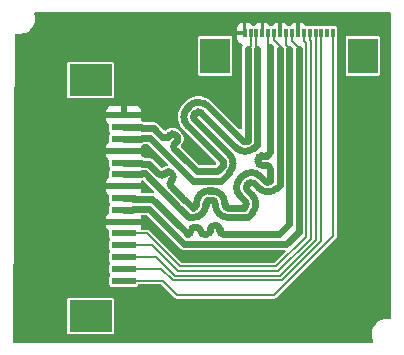
<source format=gtl>
%TF.GenerationSoftware,KiCad,Pcbnew,8.0.3-8.0.3-0~ubuntu22.04.1*%
%TF.CreationDate,2024-07-09T12:22:33+05:30*%
%TF.ProjectId,CSI,4353492e-6b69-4636-9164-5f7063625858,rev?*%
%TF.SameCoordinates,Original*%
%TF.FileFunction,Copper,L1,Top*%
%TF.FilePolarity,Positive*%
%FSLAX46Y46*%
G04 Gerber Fmt 4.6, Leading zero omitted, Abs format (unit mm)*
G04 Created by KiCad (PCBNEW 8.0.3-8.0.3-0~ubuntu22.04.1) date 2024-07-09 12:22:33*
%MOMM*%
%LPD*%
G01*
G04 APERTURE LIST*
%TA.AperFunction,SMDPad,CuDef*%
%ADD10R,0.300000X0.800000*%
%TD*%
%TA.AperFunction,SMDPad,CuDef*%
%ADD11R,2.500008X2.999998*%
%TD*%
%TA.AperFunction,SMDPad,CuDef*%
%ADD12R,2.500000X2.999996*%
%TD*%
%TA.AperFunction,SMDPad,CuDef*%
%ADD13R,2.000000X0.610000*%
%TD*%
%TA.AperFunction,SMDPad,CuDef*%
%ADD14R,3.600000X2.680000*%
%TD*%
%TA.AperFunction,Conductor*%
%ADD15C,0.200000*%
%TD*%
%TA.AperFunction,Conductor*%
%ADD16C,0.600000*%
%TD*%
G04 APERTURE END LIST*
D10*
%TO.P,J1,1,Pin_1*%
%TO.N,GND*%
X160275000Y-88475000D03*
%TO.P,J1,2,Pin_2*%
%TO.N,MIPO_DN0*%
X160774998Y-88475000D03*
%TO.P,J1,3,Pin_3*%
%TO.N,MIPO_DP0*%
X161275000Y-88475000D03*
%TO.P,J1,4,Pin_4*%
%TO.N,GND*%
X161774999Y-88475000D03*
%TO.P,J1,5,Pin_5*%
%TO.N,MIPO_DN1*%
X162275001Y-88475000D03*
%TO.P,J1,6,Pin_6*%
%TO.N,MIPO_DP1*%
X162775000Y-88475000D03*
%TO.P,J1,7,Pin_7*%
%TO.N,GND*%
X163274999Y-88475000D03*
%TO.P,J1,8,Pin_8*%
%TO.N,MIPO_CKN*%
X163775000Y-88475000D03*
%TO.P,J1,9,Pin_9*%
%TO.N,MIPO_CKP*%
X164274999Y-88475000D03*
%TO.P,J1,10,Pin_10*%
%TO.N,GND*%
X164775001Y-88475000D03*
%TO.P,J1,11,Pin_11*%
%TO.N,SENSOR_RSTN*%
X165275000Y-88475000D03*
%TO.P,J1,12,Pin_12*%
%TO.N,SENSOR_CLK*%
X165774999Y-88475000D03*
%TO.P,J1,13,Pin_13*%
%TO.N,I2C_SCL*%
X166275000Y-88475000D03*
%TO.P,J1,14,Pin_14*%
%TO.N,I2C_SDA*%
X166774999Y-88475000D03*
%TO.P,J1,15,Pin_15*%
%TO.N,unconnected-(J1-Pin_15-Pad15)*%
X167275001Y-88475000D03*
%TO.P,J1,16,Pin_16*%
%TO.N,3V3*%
X167775000Y-88475000D03*
D11*
%TO.P,J1,P1*%
%TO.N,N/C*%
X157774996Y-90375001D03*
D12*
%TO.P,J1,P2*%
X170274992Y-90375002D03*
%TD*%
D13*
%TO.P,J2,1,Pin_1*%
%TO.N,GND*%
X150025000Y-95425000D03*
%TO.P,J2,2,Pin_2*%
%TO.N,MIPO_DN0*%
X150025000Y-96425000D03*
%TO.P,J2,3,Pin_3*%
%TO.N,MIPO_DP0*%
X150025000Y-97425000D03*
%TO.P,J2,4,Pin_4*%
%TO.N,GND*%
X150025000Y-98425000D03*
%TO.P,J2,5,Pin_5*%
%TO.N,MIPO_DN1*%
X150025000Y-99425000D03*
%TO.P,J2,6,Pin_6*%
%TO.N,MIPO_DP1*%
X150025000Y-100425000D03*
%TO.P,J2,7,Pin_7*%
%TO.N,GND*%
X150025000Y-101425000D03*
%TO.P,J2,8,Pin_8*%
%TO.N,MIPO_CKN*%
X150025000Y-102425000D03*
%TO.P,J2,9,Pin_9*%
%TO.N,MIPO_CKP*%
X150025000Y-103425000D03*
%TO.P,J2,10,Pin_10*%
%TO.N,GND*%
X150025000Y-104425000D03*
%TO.P,J2,11,Pin_11*%
%TO.N,SENSOR_RSTN*%
X150025000Y-105425000D03*
%TO.P,J2,12,Pin_12*%
%TO.N,SENSOR_CLK*%
X150025000Y-106425000D03*
%TO.P,J2,13,Pin_13*%
%TO.N,I2C_SCL*%
X150025000Y-107425000D03*
%TO.P,J2,14,Pin_14*%
%TO.N,I2C_SDA*%
X150025000Y-108425000D03*
%TO.P,J2,15,Pin_15*%
%TO.N,3V3*%
X150025000Y-109425000D03*
D14*
%TO.P,J2,MP*%
%TO.N,N/C*%
X147225000Y-92435000D03*
X147225000Y-112415000D03*
%TD*%
D15*
%TO.N,I2C_SDA*%
X163447058Y-109400000D02*
X166774999Y-106072059D01*
X166774999Y-106072059D02*
X166774999Y-88475000D01*
X150025000Y-108425000D02*
X153234314Y-108425000D01*
X154209314Y-109400000D02*
X163447058Y-109400000D01*
X153234314Y-108425000D02*
X154209314Y-109400000D01*
%TO.N,MIPO_CKP*%
X164850000Y-89699999D02*
X164850000Y-89800000D01*
D16*
X155109314Y-106300000D02*
X163815686Y-106300000D01*
X163815686Y-106300000D02*
X164850000Y-105265686D01*
X164850000Y-105265686D02*
X164850000Y-89800000D01*
X150720000Y-103425000D02*
X150820000Y-103325000D01*
X152134314Y-103325000D02*
X155109314Y-106300000D01*
X150820000Y-103325000D02*
X152134314Y-103325000D01*
D15*
X164274999Y-89124998D02*
X164850000Y-89699999D01*
X164274999Y-88475000D02*
X164274999Y-89124998D01*
D16*
X150025000Y-103425000D02*
X150720000Y-103425000D01*
D15*
%TO.N,I2C_SCL*%
X152800000Y-107425000D02*
X154375000Y-109000000D01*
X166275000Y-88475000D02*
X166275000Y-106006372D01*
X166275000Y-106006372D02*
X163281372Y-109000000D01*
X163281372Y-109000000D02*
X154375000Y-109000000D01*
X150025000Y-107425000D02*
X152800000Y-107425000D01*
D16*
%TO.N,MIPO_DP1*%
X159090686Y-104075000D02*
X159592157Y-104075000D01*
X151809314Y-100325000D02*
X151987448Y-100503134D01*
X154717157Y-103232843D02*
X155559314Y-104075000D01*
X160752944Y-103837741D02*
X160515686Y-104075000D01*
X151625001Y-100325000D02*
X151649958Y-100325000D01*
X151525001Y-100425000D02*
X151625001Y-100325000D01*
X160477170Y-101723490D02*
X160894363Y-102140683D01*
X157290686Y-102595000D02*
X157490686Y-102595000D01*
X160075000Y-104075000D02*
X159592157Y-104075000D01*
X160894363Y-103696317D02*
X160752944Y-103837741D01*
X158890686Y-104075000D02*
X159090686Y-104075000D01*
X161460050Y-101574999D02*
X161042856Y-101157805D01*
X150025000Y-100425000D02*
X150990143Y-100425000D01*
D15*
X162775000Y-89075000D02*
X163250000Y-89550000D01*
X163250000Y-89550000D02*
X163250000Y-89775002D01*
D16*
X150990143Y-100425000D02*
X151525001Y-100425000D01*
X163250000Y-89775002D02*
X163250000Y-100800000D01*
X163250000Y-101340686D02*
X163015685Y-101574999D01*
X160515686Y-104075000D02*
X160075000Y-104075000D01*
X156990686Y-102975000D02*
X156990686Y-102895000D01*
D15*
X162775000Y-88475000D02*
X162775000Y-89075000D01*
D16*
X157790686Y-102895000D02*
X157790686Y-102975000D01*
X160618592Y-101157805D02*
X160477170Y-101299226D01*
X151987448Y-100503134D02*
X154717157Y-103232843D01*
X151649958Y-100325000D02*
X151809314Y-100325000D01*
X163250000Y-100800000D02*
X163250000Y-101340686D01*
X155559314Y-104075000D02*
X155890686Y-104075000D01*
X157790686Y-102975000D02*
G75*
G03*
X158890686Y-104075014I1100014J0D01*
G01*
X161042856Y-101157805D02*
G75*
G03*
X160618592Y-101157805I-212132J-212132D01*
G01*
X160477170Y-101299226D02*
G75*
G03*
X160477128Y-101723532I212130J-212174D01*
G01*
X155890686Y-104075000D02*
G75*
G03*
X156990700Y-102975000I14J1100000D01*
G01*
X163015685Y-101574999D02*
G75*
G02*
X161460051Y-101574999I-777817J777816D01*
G01*
X156990686Y-102895000D02*
G75*
G02*
X157290686Y-102594986I300014J0D01*
G01*
X157490686Y-102595000D02*
G75*
G02*
X157790700Y-102895000I14J-300000D01*
G01*
X160894363Y-102140683D02*
G75*
G02*
X160894363Y-103696317I-777863J-777817D01*
G01*
%TO.N,MIPO_DN1*%
X159090686Y-103275000D02*
X159592157Y-103275000D01*
X151525001Y-99425000D02*
X151625001Y-99525000D01*
X158890686Y-103275000D02*
X159090686Y-103275000D01*
X162450000Y-90024869D02*
X162450000Y-98524869D01*
X162450000Y-100124869D02*
X162450000Y-100703453D01*
X162450000Y-89598528D02*
X162450000Y-90024869D01*
X160328679Y-103130633D02*
X160187258Y-103272055D01*
X150025000Y-99425000D02*
X150990143Y-99425000D01*
X162450000Y-99964869D02*
X162450000Y-100124869D01*
X157290686Y-101795000D02*
X157490686Y-101795000D01*
X162130000Y-98844869D02*
X161714911Y-98844869D01*
X162025736Y-101009314D02*
X161608542Y-100592120D01*
X161714911Y-99644869D02*
X162130000Y-99644869D01*
X154146360Y-101530674D02*
X155094999Y-102479313D01*
X154033224Y-100286167D02*
X154146361Y-100399304D01*
X160184314Y-103275000D02*
X160075000Y-103275000D01*
X154146361Y-100851852D02*
X154033222Y-100964988D01*
X160052908Y-100592120D02*
X159911486Y-100733541D01*
X161394911Y-99164869D02*
X161394911Y-99324869D01*
X158590686Y-102895000D02*
X158590686Y-102975000D01*
X162450000Y-100800000D02*
X162450000Y-101009314D01*
X154033222Y-101417536D02*
X154146360Y-101530674D01*
X159911486Y-102289176D02*
X160328679Y-102706369D01*
X160075000Y-103275000D02*
X159592157Y-103275000D01*
X152553134Y-99937448D02*
X153014990Y-100399304D01*
X155094999Y-102479313D02*
X155282843Y-102667157D01*
X156190686Y-102975000D02*
X156190686Y-102895000D01*
X153467538Y-100399304D02*
X153580676Y-100286167D01*
X150990143Y-99425000D02*
X151525001Y-99425000D01*
D15*
X162275001Y-88475000D02*
X162275001Y-89800003D01*
D16*
X152140686Y-99525000D02*
X152553134Y-99937448D01*
X162450000Y-100703453D02*
X162450000Y-100800000D01*
X160187258Y-103272055D02*
X160184314Y-103275000D01*
X151625001Y-99525000D02*
X151649958Y-99525000D01*
X155282843Y-102667157D02*
X155890686Y-103275000D01*
D15*
X162275001Y-89800003D02*
X162350000Y-89875002D01*
D16*
X151649958Y-99525000D02*
X152140686Y-99525000D01*
X155890686Y-103275000D02*
G75*
G03*
X156190700Y-102975000I14J300000D01*
G01*
X161714911Y-98844869D02*
G75*
G03*
X161394869Y-99164869I-11J-320031D01*
G01*
X160328679Y-102706369D02*
G75*
G02*
X160328678Y-103130632I-212179J-212131D01*
G01*
X162450000Y-98524869D02*
G75*
G02*
X162130000Y-98844900I-320000J-31D01*
G01*
X162450000Y-101009314D02*
G75*
G02*
X162025736Y-101009314I-212132J212132D01*
G01*
X153014990Y-100399304D02*
G75*
G03*
X153467538Y-100399304I226274J226273D01*
G01*
X153580676Y-100286167D02*
G75*
G02*
X154033224Y-100286167I226274J-226273D01*
G01*
X157490686Y-101795000D02*
G75*
G02*
X158590700Y-102895000I14J-1100000D01*
G01*
X159911486Y-100733541D02*
G75*
G03*
X159911444Y-102289217I777814J-777859D01*
G01*
X162130000Y-99644869D02*
G75*
G02*
X162450031Y-99964869I0J-320031D01*
G01*
X154146361Y-100399304D02*
G75*
G02*
X154146383Y-100851874I-226261J-226296D01*
G01*
X154033222Y-100964988D02*
G75*
G03*
X154033184Y-101417574I226278J-226312D01*
G01*
X161608542Y-100592120D02*
G75*
G03*
X160052908Y-100592120I-777817J-777818D01*
G01*
X156190686Y-102895000D02*
G75*
G02*
X157290686Y-101794986I1100014J0D01*
G01*
X161394911Y-99324869D02*
G75*
G03*
X161714911Y-99644889I319989J-31D01*
G01*
X158590686Y-102975000D02*
G75*
G03*
X158890686Y-103275014I300014J0D01*
G01*
D15*
%TO.N,SENSOR_RSTN*%
X165275000Y-89125001D02*
X165450000Y-89300001D01*
X154800000Y-108200000D02*
X152025000Y-105425000D01*
X165450000Y-89300001D02*
X165450000Y-105700000D01*
X165450000Y-105700000D02*
X162950000Y-108200000D01*
X165275000Y-88475000D02*
X165275000Y-89125001D01*
X162950000Y-108200000D02*
X154800000Y-108200000D01*
X152025000Y-105425000D02*
X150025000Y-105425000D01*
D16*
%TO.N,MIPO_DP0*%
X158268348Y-100972338D02*
X155906652Y-100972338D01*
X159535050Y-98149999D02*
X156579343Y-95194292D01*
X152259314Y-97325000D02*
X151625001Y-97325000D01*
X155906652Y-100972338D02*
X154806351Y-99872037D01*
X154806351Y-99872037D02*
X152259314Y-97325000D01*
D15*
X161275000Y-89750000D02*
X161325000Y-89800000D01*
D16*
X161325000Y-89800000D02*
X161325000Y-90491947D01*
X156013657Y-95759977D02*
X158969363Y-98715683D01*
X161325000Y-97915686D02*
X161090685Y-98149999D01*
X151625001Y-97325000D02*
X151525001Y-97425000D01*
X151525001Y-97425000D02*
X150025000Y-97425000D01*
X158827944Y-100412741D02*
X158268348Y-100972338D01*
X161325000Y-90491947D02*
X161325000Y-97915686D01*
X156155079Y-95194292D02*
X156013657Y-95335713D01*
X158969363Y-100271318D02*
X158827944Y-100412741D01*
D15*
X161275000Y-88475000D02*
X161275000Y-89750000D01*
D16*
X156013657Y-95335713D02*
G75*
G03*
X156013702Y-95759932I212143J-212087D01*
G01*
X158969363Y-98715683D02*
G75*
G02*
X158969363Y-100271318I-777863J-777817D01*
G01*
X161090685Y-98149999D02*
G75*
G02*
X159535051Y-98149999I-777817J777816D01*
G01*
X156579343Y-95194292D02*
G75*
G03*
X156155079Y-95194292I-212132J-212132D01*
G01*
D15*
%TO.N,SENSOR_CLK*%
X165774999Y-89059315D02*
X165774999Y-88475000D01*
X150025000Y-106425000D02*
X152459314Y-106425000D01*
X165850000Y-105865686D02*
X165850000Y-89134316D01*
X152459314Y-106425000D02*
X154634314Y-108600000D01*
X154634314Y-108600000D02*
X163115686Y-108600000D01*
X165850000Y-89134316D02*
X165774999Y-89059315D01*
X163115686Y-108600000D02*
X165850000Y-105865686D01*
%TO.N,3V3*%
X162762744Y-110650000D02*
X167775000Y-105637744D01*
X154550000Y-110650000D02*
X162762744Y-110650000D01*
X167775000Y-105637744D02*
X167775000Y-88475000D01*
X153325000Y-109425000D02*
X154550000Y-110650000D01*
X150025000Y-109425000D02*
X153325000Y-109425000D01*
D16*
%TO.N,MIPO_DN0*%
X156238024Y-100172338D02*
X155372037Y-99306351D01*
X157936976Y-100172338D02*
X156238024Y-100172338D01*
X155589394Y-94628607D02*
X155447972Y-94770028D01*
X158403678Y-99705633D02*
X158262258Y-99847055D01*
X155447972Y-96325663D02*
X158403678Y-99281369D01*
X151625001Y-96525000D02*
X151525001Y-96425000D01*
X160525000Y-89800000D02*
X160525000Y-90491947D01*
X160525000Y-90491947D02*
X160525000Y-97584314D01*
X151525001Y-96425000D02*
X150025000Y-96425000D01*
X154511282Y-97178381D02*
X154398144Y-97065243D01*
X153311988Y-97246301D02*
X153198853Y-97133167D01*
D15*
X160774998Y-89550002D02*
X160525000Y-89800000D01*
D16*
X155372037Y-99306351D02*
X154330224Y-98264538D01*
X160100736Y-97584314D02*
X157145029Y-94628607D01*
X154330224Y-97811989D02*
X154511282Y-97630930D01*
X153945596Y-97065243D02*
X153764537Y-97246301D01*
X158262258Y-99847055D02*
X157936976Y-100172338D01*
X152784869Y-96719183D02*
X152590686Y-96525000D01*
X152590686Y-96525000D02*
X151625001Y-96525000D01*
D15*
X160774998Y-88475000D02*
X160774998Y-89550002D01*
D16*
X153198853Y-97133167D02*
X152784869Y-96719183D01*
X153764537Y-97246301D02*
G75*
G02*
X153311989Y-97246301I-226274J226274D01*
G01*
X158403678Y-99281369D02*
G75*
G02*
X158403677Y-99705632I-212178J-212131D01*
G01*
X155447972Y-94770028D02*
G75*
G03*
X155448017Y-96325617I777828J-777772D01*
G01*
X154511282Y-97630930D02*
G75*
G03*
X154511238Y-97178426I-226282J226230D01*
G01*
X157145029Y-94628607D02*
G75*
G03*
X155589395Y-94628607I-777817J-777816D01*
G01*
X160525000Y-97584314D02*
G75*
G02*
X160100736Y-97584314I-212132J212132D01*
G01*
X154330224Y-98264538D02*
G75*
G02*
X154330260Y-97812026I226276J226238D01*
G01*
X154398144Y-97065243D02*
G75*
G03*
X153945596Y-97065243I-226274J-226273D01*
G01*
%TO.N,MIPO_CKN*%
X154844617Y-104903931D02*
X155440686Y-105500000D01*
D15*
X163775000Y-89451474D02*
X164050000Y-89726474D01*
D16*
X150820000Y-102525000D02*
X152465686Y-102525000D01*
X157360686Y-105180000D02*
X157360686Y-105072357D01*
X164050000Y-104625000D02*
X164050000Y-89800000D01*
X150025000Y-102425000D02*
X150720000Y-102425000D01*
X158160686Y-105072357D02*
X158160686Y-105180000D01*
D15*
X163775000Y-88475000D02*
X163775000Y-89451474D01*
D16*
X163175000Y-105500000D02*
X164050000Y-104625000D01*
X156040686Y-104900000D02*
X156240686Y-104900000D01*
X156840686Y-105500000D02*
X157040686Y-105500000D01*
X158480686Y-105500000D02*
X158640686Y-105500000D01*
X152465686Y-102525000D02*
X154844617Y-104903931D01*
X159463556Y-105500000D02*
X163175000Y-105500000D01*
X158640686Y-105500000D02*
X159463556Y-105500000D01*
X157680686Y-104752357D02*
X157840686Y-104752357D01*
D15*
X164050000Y-89726474D02*
X164050000Y-89800000D01*
D16*
X150720000Y-102425000D02*
X150820000Y-102525000D01*
X156240686Y-104900000D02*
G75*
G02*
X156540700Y-105200000I14J-300000D01*
G01*
X155740686Y-105200000D02*
G75*
G02*
X156040686Y-104899986I300014J0D01*
G01*
X157840686Y-104752357D02*
G75*
G02*
X158160743Y-105072357I14J-320043D01*
G01*
X158160686Y-105180000D02*
G75*
G03*
X158480686Y-105500014I320014J0D01*
G01*
X156540686Y-105200000D02*
G75*
G03*
X156840686Y-105500014I300014J0D01*
G01*
X157360686Y-105072357D02*
G75*
G02*
X157680686Y-104752386I320014J-43D01*
G01*
X157040686Y-105500000D02*
G75*
G03*
X157360700Y-105180000I14J320000D01*
G01*
X155440686Y-105500000D02*
G75*
G03*
X155740700Y-105200000I14J300000D01*
G01*
%TD*%
%TA.AperFunction,Conductor*%
%TO.N,GND*%
G36*
X172593039Y-86669685D02*
G01*
X172638794Y-86722489D01*
X172650000Y-86774000D01*
X172650000Y-112535618D01*
X172630315Y-112602657D01*
X172577511Y-112648412D01*
X172508353Y-112658356D01*
X172506603Y-112658092D01*
X172452352Y-112649500D01*
X172247648Y-112649500D01*
X172223329Y-112653351D01*
X172045465Y-112681522D01*
X171850776Y-112744781D01*
X171668386Y-112837715D01*
X171502786Y-112958028D01*
X171358028Y-113102786D01*
X171237715Y-113268386D01*
X171144781Y-113450776D01*
X171081522Y-113645465D01*
X171049500Y-113847648D01*
X171049500Y-114052351D01*
X171081522Y-114254534D01*
X171118726Y-114369035D01*
X171144780Y-114449219D01*
X171144781Y-114449222D01*
X171144782Y-114449223D01*
X171180694Y-114519705D01*
X171193590Y-114588375D01*
X171167313Y-114653115D01*
X171110207Y-114693372D01*
X171070209Y-114700000D01*
X140799665Y-114700000D01*
X140732626Y-114680315D01*
X140686871Y-114627511D01*
X140675667Y-114575337D01*
X140694491Y-111055247D01*
X145224500Y-111055247D01*
X145224500Y-113774752D01*
X145236131Y-113833229D01*
X145236132Y-113833230D01*
X145280447Y-113899552D01*
X145346769Y-113943867D01*
X145346770Y-113943868D01*
X145405247Y-113955499D01*
X145405250Y-113955500D01*
X145405252Y-113955500D01*
X149044750Y-113955500D01*
X149044751Y-113955499D01*
X149059568Y-113952552D01*
X149103229Y-113943868D01*
X149103229Y-113943867D01*
X149103231Y-113943867D01*
X149169552Y-113899552D01*
X149213867Y-113833231D01*
X149213867Y-113833229D01*
X149213868Y-113833229D01*
X149225499Y-113774752D01*
X149225500Y-113774750D01*
X149225500Y-111055249D01*
X149225499Y-111055247D01*
X149213868Y-110996770D01*
X149213867Y-110996769D01*
X149169552Y-110930447D01*
X149103230Y-110886132D01*
X149103229Y-110886131D01*
X149044752Y-110874500D01*
X149044748Y-110874500D01*
X145405252Y-110874500D01*
X145405247Y-110874500D01*
X145346770Y-110886131D01*
X145346769Y-110886132D01*
X145280447Y-110930447D01*
X145236132Y-110996769D01*
X145236131Y-110996770D01*
X145224500Y-111055247D01*
X140694491Y-111055247D01*
X140726405Y-105087187D01*
X140776737Y-95675000D01*
X148525000Y-95675000D01*
X148525000Y-95777844D01*
X148531401Y-95837372D01*
X148531403Y-95837379D01*
X148581645Y-95972086D01*
X148581649Y-95972093D01*
X148667809Y-96087187D01*
X148667812Y-96087190D01*
X148774811Y-96167290D01*
X148816682Y-96223223D01*
X148824500Y-96266556D01*
X148824500Y-96749752D01*
X148836131Y-96808229D01*
X148836132Y-96808230D01*
X148868124Y-96856109D01*
X148889002Y-96922786D01*
X148870518Y-96990167D01*
X148868124Y-96993891D01*
X148836132Y-97041769D01*
X148836131Y-97041770D01*
X148824500Y-97100247D01*
X148824500Y-97583443D01*
X148804815Y-97650482D01*
X148774812Y-97682709D01*
X148667809Y-97762812D01*
X148581649Y-97877906D01*
X148581645Y-97877913D01*
X148531403Y-98012620D01*
X148531401Y-98012627D01*
X148525000Y-98072155D01*
X148525000Y-98175000D01*
X151525000Y-98175000D01*
X151525000Y-98072172D01*
X151524999Y-98072163D01*
X151522866Y-98052325D01*
X151535269Y-97983565D01*
X151582878Y-97932426D01*
X151614055Y-97919293D01*
X151718187Y-97891392D01*
X151769409Y-97861819D01*
X151803541Y-97842113D01*
X151865541Y-97825500D01*
X152000638Y-97825500D01*
X152067677Y-97845185D01*
X152088319Y-97861819D01*
X153722496Y-99495996D01*
X153755981Y-99557319D01*
X153750997Y-99627011D01*
X153709125Y-99682944D01*
X153659007Y-99705294D01*
X153567624Y-99723471D01*
X153567614Y-99723474D01*
X153418303Y-99785320D01*
X153418290Y-99785327D01*
X153317395Y-99852744D01*
X153250717Y-99873622D01*
X153183337Y-99855137D01*
X153160823Y-99837323D01*
X152448002Y-99124502D01*
X152448000Y-99124500D01*
X152377861Y-99084005D01*
X152333873Y-99058608D01*
X152269811Y-99041443D01*
X152206578Y-99024500D01*
X152206577Y-99024500D01*
X151865541Y-99024500D01*
X151803541Y-99007887D01*
X151718190Y-98958609D01*
X151718191Y-98958609D01*
X151691866Y-98951555D01*
X151614060Y-98930707D01*
X151554401Y-98894343D01*
X151523872Y-98831496D01*
X151522866Y-98797673D01*
X151524999Y-98777834D01*
X151525000Y-98777827D01*
X151525000Y-98675000D01*
X148525000Y-98675000D01*
X148525000Y-98777844D01*
X148531401Y-98837372D01*
X148531403Y-98837379D01*
X148581645Y-98972086D01*
X148581649Y-98972093D01*
X148667809Y-99087187D01*
X148667812Y-99087190D01*
X148774811Y-99167290D01*
X148816682Y-99223223D01*
X148824500Y-99266556D01*
X148824500Y-99749752D01*
X148836131Y-99808229D01*
X148836132Y-99808230D01*
X148868124Y-99856109D01*
X148889002Y-99922786D01*
X148870518Y-99990167D01*
X148868124Y-99993891D01*
X148836132Y-100041769D01*
X148836131Y-100041770D01*
X148824500Y-100100247D01*
X148824500Y-100583443D01*
X148804815Y-100650482D01*
X148774812Y-100682709D01*
X148667809Y-100762812D01*
X148581649Y-100877906D01*
X148581645Y-100877913D01*
X148531403Y-101012620D01*
X148531401Y-101012627D01*
X148525000Y-101072155D01*
X148525000Y-101175000D01*
X151525000Y-101175000D01*
X151525000Y-101072172D01*
X151524999Y-101072165D01*
X151523583Y-101058994D01*
X151535986Y-100990234D01*
X151583594Y-100939095D01*
X151651293Y-100921813D01*
X151717588Y-100943875D01*
X151734553Y-100958053D01*
X152589319Y-101812819D01*
X152622804Y-101874142D01*
X152617820Y-101943834D01*
X152575948Y-101999767D01*
X152510484Y-102024184D01*
X152501638Y-102024500D01*
X151627398Y-102024500D01*
X151560359Y-102004815D01*
X151514604Y-101952011D01*
X151504660Y-101882853D01*
X151511217Y-101857165D01*
X151518596Y-101837380D01*
X151518598Y-101837372D01*
X151524999Y-101777844D01*
X151525000Y-101777827D01*
X151525000Y-101675000D01*
X148525000Y-101675000D01*
X148525000Y-101777844D01*
X148531401Y-101837372D01*
X148531403Y-101837379D01*
X148581645Y-101972086D01*
X148581649Y-101972093D01*
X148667809Y-102087187D01*
X148667812Y-102087190D01*
X148774811Y-102167290D01*
X148816682Y-102223223D01*
X148824500Y-102266556D01*
X148824500Y-102749752D01*
X148836131Y-102808229D01*
X148836132Y-102808230D01*
X148868124Y-102856109D01*
X148889002Y-102922786D01*
X148870518Y-102990167D01*
X148868124Y-102993891D01*
X148836132Y-103041769D01*
X148836131Y-103041770D01*
X148824500Y-103100247D01*
X148824500Y-103583443D01*
X148804815Y-103650482D01*
X148774812Y-103682709D01*
X148667809Y-103762812D01*
X148581649Y-103877906D01*
X148581645Y-103877913D01*
X148531403Y-104012620D01*
X148531401Y-104012627D01*
X148525000Y-104072155D01*
X148525000Y-104175000D01*
X151525000Y-104175000D01*
X151525000Y-104072172D01*
X151524999Y-104072155D01*
X151518598Y-104012627D01*
X151518596Y-104012619D01*
X151511217Y-103992835D01*
X151506231Y-103923144D01*
X151539715Y-103861820D01*
X151601038Y-103828334D01*
X151627398Y-103825500D01*
X151875638Y-103825500D01*
X151942677Y-103845185D01*
X151963319Y-103861819D01*
X154708814Y-106607314D01*
X154802000Y-106700500D01*
X154879397Y-106745185D01*
X154887300Y-106749748D01*
X154887302Y-106749749D01*
X154916125Y-106766391D01*
X154916127Y-106766391D01*
X154916128Y-106766392D01*
X155043421Y-106800500D01*
X155043422Y-106800500D01*
X155043423Y-106800500D01*
X163625166Y-106800500D01*
X163692205Y-106820185D01*
X163737960Y-106872989D01*
X163747904Y-106942147D01*
X163718879Y-107005703D01*
X163712847Y-107012181D01*
X162861848Y-107863181D01*
X162800525Y-107896666D01*
X162774167Y-107899500D01*
X154975833Y-107899500D01*
X154908794Y-107879815D01*
X154888152Y-107863181D01*
X152209514Y-105184542D01*
X152201645Y-105179999D01*
X152140989Y-105144979D01*
X152064562Y-105124500D01*
X152064560Y-105124500D01*
X151590101Y-105124500D01*
X151523062Y-105104815D01*
X151477307Y-105052011D01*
X151467363Y-104982853D01*
X151473919Y-104957167D01*
X151518596Y-104837379D01*
X151518598Y-104837372D01*
X151524999Y-104777844D01*
X151525000Y-104777827D01*
X151525000Y-104675000D01*
X148525000Y-104675000D01*
X148525000Y-104777844D01*
X148531401Y-104837372D01*
X148531403Y-104837379D01*
X148581645Y-104972086D01*
X148581649Y-104972093D01*
X148667809Y-105087187D01*
X148667812Y-105087190D01*
X148774811Y-105167290D01*
X148816682Y-105223223D01*
X148824500Y-105266556D01*
X148824500Y-105749752D01*
X148836131Y-105808229D01*
X148836132Y-105808230D01*
X148868124Y-105856109D01*
X148889002Y-105922786D01*
X148870518Y-105990167D01*
X148868124Y-105993891D01*
X148836132Y-106041769D01*
X148836131Y-106041770D01*
X148824500Y-106100247D01*
X148824500Y-106749752D01*
X148836131Y-106808229D01*
X148836132Y-106808230D01*
X148868124Y-106856109D01*
X148889002Y-106922786D01*
X148870518Y-106990167D01*
X148868124Y-106993891D01*
X148836132Y-107041769D01*
X148836131Y-107041770D01*
X148824500Y-107100247D01*
X148824500Y-107749752D01*
X148836131Y-107808229D01*
X148836132Y-107808230D01*
X148868124Y-107856109D01*
X148889002Y-107922786D01*
X148870518Y-107990167D01*
X148868124Y-107993891D01*
X148836132Y-108041769D01*
X148836131Y-108041770D01*
X148824500Y-108100247D01*
X148824500Y-108749752D01*
X148836131Y-108808229D01*
X148836132Y-108808230D01*
X148868124Y-108856109D01*
X148889002Y-108922786D01*
X148870518Y-108990167D01*
X148868124Y-108993891D01*
X148836132Y-109041769D01*
X148836131Y-109041770D01*
X148824500Y-109100247D01*
X148824500Y-109749752D01*
X148836131Y-109808229D01*
X148836132Y-109808230D01*
X148880447Y-109874552D01*
X148946769Y-109918867D01*
X148946770Y-109918868D01*
X149005247Y-109930499D01*
X149005250Y-109930500D01*
X149005252Y-109930500D01*
X151044750Y-109930500D01*
X151044751Y-109930499D01*
X151059568Y-109927552D01*
X151103229Y-109918868D01*
X151103229Y-109918867D01*
X151103231Y-109918867D01*
X151169552Y-109874552D01*
X151213867Y-109808231D01*
X151213867Y-109808226D01*
X151216430Y-109802044D01*
X151260273Y-109747642D01*
X151326567Y-109725579D01*
X151330990Y-109725500D01*
X153149167Y-109725500D01*
X153216206Y-109745185D01*
X153236848Y-109761819D01*
X154365489Y-110890460D01*
X154424829Y-110924720D01*
X154434008Y-110930020D01*
X154434012Y-110930022D01*
X154510438Y-110950500D01*
X154510440Y-110950500D01*
X162802304Y-110950500D01*
X162802306Y-110950500D01*
X162878733Y-110930021D01*
X162947255Y-110890460D01*
X163003204Y-110834511D01*
X168015460Y-105822255D01*
X168024096Y-105807297D01*
X168055021Y-105753733D01*
X168075500Y-105677306D01*
X168075500Y-89048266D01*
X168095185Y-88981227D01*
X168096398Y-88979374D01*
X168113867Y-88953231D01*
X168125500Y-88894748D01*
X168125500Y-88855251D01*
X168824492Y-88855251D01*
X168824492Y-91894752D01*
X168836123Y-91953229D01*
X168836124Y-91953230D01*
X168880439Y-92019552D01*
X168946761Y-92063867D01*
X168946762Y-92063868D01*
X169005239Y-92075499D01*
X169005242Y-92075500D01*
X169005244Y-92075500D01*
X171544742Y-92075500D01*
X171544743Y-92075499D01*
X171559560Y-92072552D01*
X171603221Y-92063868D01*
X171603221Y-92063867D01*
X171603223Y-92063867D01*
X171669544Y-92019552D01*
X171713859Y-91953231D01*
X171713859Y-91953229D01*
X171713860Y-91953229D01*
X171725491Y-91894752D01*
X171725492Y-91894750D01*
X171725492Y-88855253D01*
X171725491Y-88855251D01*
X171713860Y-88796774D01*
X171713859Y-88796773D01*
X171669544Y-88730451D01*
X171603222Y-88686136D01*
X171603221Y-88686135D01*
X171544744Y-88674504D01*
X171544740Y-88674504D01*
X169005244Y-88674504D01*
X169005239Y-88674504D01*
X168946762Y-88686135D01*
X168946761Y-88686136D01*
X168880439Y-88730451D01*
X168836124Y-88796773D01*
X168836123Y-88796774D01*
X168824492Y-88855251D01*
X168125500Y-88855251D01*
X168125500Y-88055252D01*
X168125500Y-88055249D01*
X168125499Y-88055247D01*
X168113868Y-87996770D01*
X168113867Y-87996769D01*
X168069552Y-87930447D01*
X168003230Y-87886132D01*
X168003229Y-87886131D01*
X167944752Y-87874500D01*
X167944748Y-87874500D01*
X167605252Y-87874500D01*
X167549190Y-87885651D01*
X167500809Y-87885650D01*
X167444753Y-87874500D01*
X167444749Y-87874500D01*
X167105253Y-87874500D01*
X167049190Y-87885651D01*
X167000810Y-87885651D01*
X166944747Y-87874500D01*
X166605251Y-87874500D01*
X166549189Y-87885651D01*
X166500808Y-87885650D01*
X166444752Y-87874500D01*
X166444748Y-87874500D01*
X166105252Y-87874500D01*
X166049189Y-87885651D01*
X166000809Y-87885651D01*
X165944747Y-87874500D01*
X165605251Y-87874500D01*
X165549189Y-87885651D01*
X165500808Y-87885650D01*
X165438774Y-87873311D01*
X165439306Y-87870635D01*
X165385410Y-87848835D01*
X165363144Y-87825950D01*
X165282191Y-87717812D01*
X165282188Y-87717809D01*
X165167094Y-87631649D01*
X165167087Y-87631645D01*
X165032380Y-87581403D01*
X165032373Y-87581401D01*
X164972845Y-87575000D01*
X164925001Y-87575000D01*
X164925001Y-88044074D01*
X164924500Y-88054273D01*
X164924500Y-88501000D01*
X164904815Y-88568039D01*
X164852011Y-88613794D01*
X164800500Y-88625000D01*
X164749499Y-88625000D01*
X164682460Y-88605315D01*
X164636705Y-88552511D01*
X164625499Y-88501000D01*
X164625499Y-88054240D01*
X164625001Y-88044104D01*
X164625001Y-87575000D01*
X164577156Y-87575000D01*
X164517628Y-87581401D01*
X164517621Y-87581403D01*
X164382914Y-87631645D01*
X164382907Y-87631649D01*
X164267813Y-87717809D01*
X164267810Y-87717812D01*
X164186858Y-87825950D01*
X164130924Y-87867821D01*
X164111047Y-87872425D01*
X164111224Y-87873312D01*
X164049189Y-87885651D01*
X164000808Y-87885650D01*
X163938774Y-87873311D01*
X163939308Y-87870624D01*
X163885458Y-87848875D01*
X163863140Y-87825950D01*
X163782185Y-87717809D01*
X163667092Y-87631649D01*
X163667085Y-87631645D01*
X163532378Y-87581403D01*
X163532371Y-87581401D01*
X163472843Y-87575000D01*
X163424999Y-87575000D01*
X163424999Y-88044094D01*
X163424500Y-88054252D01*
X163424500Y-88501000D01*
X163404815Y-88568039D01*
X163352011Y-88613794D01*
X163300500Y-88625000D01*
X163249500Y-88625000D01*
X163182461Y-88605315D01*
X163136706Y-88552511D01*
X163125500Y-88501000D01*
X163125500Y-88054273D01*
X163124999Y-88044074D01*
X163124999Y-87575000D01*
X163077154Y-87575000D01*
X163017626Y-87581401D01*
X163017619Y-87581403D01*
X162882912Y-87631645D01*
X162882905Y-87631649D01*
X162767811Y-87717809D01*
X162686855Y-87825951D01*
X162630921Y-87867821D01*
X162611049Y-87872431D01*
X162611225Y-87873312D01*
X162549190Y-87885651D01*
X162500809Y-87885650D01*
X162438775Y-87873311D01*
X162439310Y-87870620D01*
X162385475Y-87848889D01*
X162363140Y-87825950D01*
X162282185Y-87717809D01*
X162167092Y-87631649D01*
X162167085Y-87631645D01*
X162032378Y-87581403D01*
X162032371Y-87581401D01*
X161972843Y-87575000D01*
X161924999Y-87575000D01*
X161924999Y-88044104D01*
X161924501Y-88054240D01*
X161924501Y-88501000D01*
X161904816Y-88568039D01*
X161852012Y-88613794D01*
X161800501Y-88625000D01*
X161749500Y-88625000D01*
X161682461Y-88605315D01*
X161636706Y-88552511D01*
X161625500Y-88501000D01*
X161625500Y-88054273D01*
X161624999Y-88044074D01*
X161624999Y-87575000D01*
X161577154Y-87575000D01*
X161517626Y-87581401D01*
X161517619Y-87581403D01*
X161382912Y-87631645D01*
X161382905Y-87631649D01*
X161267811Y-87717809D01*
X161186855Y-87825951D01*
X161130921Y-87867821D01*
X161111049Y-87872431D01*
X161111225Y-87873312D01*
X161049189Y-87885651D01*
X161000809Y-87885651D01*
X160938773Y-87873312D01*
X160939304Y-87870639D01*
X160885392Y-87848821D01*
X160863143Y-87825950D01*
X160782190Y-87717812D01*
X160782187Y-87717809D01*
X160667093Y-87631649D01*
X160667086Y-87631645D01*
X160532379Y-87581403D01*
X160532372Y-87581401D01*
X160472844Y-87575000D01*
X160425000Y-87575000D01*
X160425000Y-88044063D01*
X160424498Y-88054281D01*
X160424498Y-88501000D01*
X160404813Y-88568039D01*
X160352009Y-88613794D01*
X160300498Y-88625000D01*
X159625000Y-88625000D01*
X159625000Y-88922844D01*
X159631401Y-88982372D01*
X159631403Y-88982379D01*
X159681645Y-89117086D01*
X159681649Y-89117093D01*
X159767809Y-89232187D01*
X159767812Y-89232190D01*
X159882906Y-89318350D01*
X159882913Y-89318354D01*
X160024892Y-89371309D01*
X160023927Y-89373896D01*
X160073208Y-89401952D01*
X160105600Y-89463860D01*
X160099380Y-89533452D01*
X160091372Y-89550064D01*
X160058609Y-89606810D01*
X160058609Y-89606811D01*
X160024500Y-89734108D01*
X160024500Y-96500902D01*
X160004815Y-96567941D01*
X159952011Y-96613696D01*
X159882853Y-96623640D01*
X159819297Y-96594615D01*
X159812819Y-96588583D01*
X157452342Y-94228106D01*
X157418003Y-94193766D01*
X157417986Y-94193751D01*
X157234720Y-94056560D01*
X157234712Y-94056555D01*
X157033787Y-93946841D01*
X157033783Y-93946839D01*
X156952458Y-93916507D01*
X156819276Y-93866833D01*
X156819272Y-93866832D01*
X156819269Y-93866831D01*
X156595573Y-93818168D01*
X156367212Y-93801836D01*
X156367210Y-93801836D01*
X156138849Y-93818168D01*
X155915155Y-93866830D01*
X155700634Y-93946842D01*
X155499710Y-94056555D01*
X155499709Y-94056556D01*
X155316432Y-94193756D01*
X155316418Y-94193768D01*
X155282086Y-94228099D01*
X155282083Y-94228104D01*
X155282081Y-94228106D01*
X155152366Y-94357817D01*
X155143774Y-94366410D01*
X155143729Y-94366452D01*
X155130407Y-94379774D01*
X155130210Y-94379881D01*
X155013075Y-94497027D01*
X155013057Y-94497048D01*
X154875873Y-94680317D01*
X154875871Y-94680319D01*
X154766160Y-94881256D01*
X154766156Y-94881263D01*
X154686157Y-95095772D01*
X154686156Y-95095774D01*
X154637498Y-95319487D01*
X154637497Y-95319497D01*
X154621173Y-95547843D01*
X154621173Y-95547846D01*
X154637511Y-95776205D01*
X154637512Y-95776212D01*
X154680130Y-95972093D01*
X154686184Y-95999917D01*
X154718737Y-96087187D01*
X154766195Y-96214419D01*
X154766196Y-96214421D01*
X154766197Y-96214423D01*
X154823130Y-96318683D01*
X154875926Y-96415365D01*
X155013124Y-96598630D01*
X155013132Y-96598639D01*
X155067091Y-96652596D01*
X157820316Y-99405821D01*
X157853801Y-99467144D01*
X157848817Y-99536836D01*
X157820317Y-99581182D01*
X157765982Y-99635518D01*
X157704659Y-99669004D01*
X157678300Y-99671838D01*
X156496700Y-99671838D01*
X156429661Y-99652153D01*
X156409019Y-99635519D01*
X154899484Y-98125984D01*
X154865999Y-98064661D01*
X154870983Y-97994969D01*
X154899473Y-97950633D01*
X154922412Y-97927690D01*
X155012192Y-97793291D01*
X155074029Y-97643959D01*
X155105545Y-97485433D01*
X155105529Y-97323805D01*
X155073982Y-97165286D01*
X155012116Y-97015966D01*
X155012113Y-97015962D01*
X155012113Y-97015960D01*
X154922314Y-96881591D01*
X154922307Y-96881583D01*
X154865161Y-96824446D01*
X154860177Y-96819463D01*
X154860170Y-96819452D01*
X154860169Y-96819454D01*
X154705455Y-96664740D01*
X154694911Y-96654195D01*
X154694908Y-96654193D01*
X154560529Y-96564403D01*
X154560516Y-96564396D01*
X154411205Y-96502550D01*
X154411195Y-96502547D01*
X154252684Y-96471017D01*
X154252682Y-96471017D01*
X154091058Y-96471017D01*
X154091056Y-96471017D01*
X153932544Y-96502547D01*
X153932534Y-96502550D01*
X153783223Y-96564396D01*
X153783210Y-96564403D01*
X153648831Y-96654193D01*
X153648827Y-96654196D01*
X153625943Y-96677081D01*
X153564620Y-96710566D01*
X153494928Y-96705582D01*
X153450581Y-96677081D01*
X153085125Y-96311625D01*
X153085117Y-96311618D01*
X152898000Y-96124500D01*
X152849765Y-96096651D01*
X152783873Y-96058608D01*
X152720225Y-96041554D01*
X152656578Y-96024500D01*
X152656577Y-96024500D01*
X151865541Y-96024500D01*
X151803541Y-96007887D01*
X151718190Y-95958609D01*
X151718191Y-95958609D01*
X151691866Y-95951555D01*
X151614060Y-95930707D01*
X151554401Y-95894343D01*
X151523872Y-95831496D01*
X151522866Y-95797673D01*
X151524999Y-95777834D01*
X151525000Y-95777827D01*
X151525000Y-95675000D01*
X148525000Y-95675000D01*
X140776737Y-95675000D01*
X140779961Y-95072155D01*
X148525000Y-95072155D01*
X148525000Y-95175000D01*
X149775000Y-95175000D01*
X150275000Y-95175000D01*
X151525000Y-95175000D01*
X151525000Y-95072172D01*
X151524999Y-95072155D01*
X151518598Y-95012627D01*
X151518596Y-95012620D01*
X151468354Y-94877913D01*
X151468350Y-94877906D01*
X151382190Y-94762812D01*
X151382187Y-94762809D01*
X151267093Y-94676649D01*
X151267086Y-94676645D01*
X151132379Y-94626403D01*
X151132372Y-94626401D01*
X151072844Y-94620000D01*
X150275000Y-94620000D01*
X150275000Y-95175000D01*
X149775000Y-95175000D01*
X149775000Y-94620000D01*
X148977155Y-94620000D01*
X148917627Y-94626401D01*
X148917620Y-94626403D01*
X148782913Y-94676645D01*
X148782906Y-94676649D01*
X148667812Y-94762809D01*
X148667809Y-94762812D01*
X148581649Y-94877906D01*
X148581645Y-94877913D01*
X148531403Y-95012620D01*
X148531401Y-95012627D01*
X148525000Y-95072155D01*
X140779961Y-95072155D01*
X140801335Y-91075247D01*
X145224500Y-91075247D01*
X145224500Y-93794752D01*
X145236131Y-93853229D01*
X145236132Y-93853230D01*
X145280447Y-93919552D01*
X145346769Y-93963867D01*
X145346770Y-93963868D01*
X145405247Y-93975499D01*
X145405250Y-93975500D01*
X145405252Y-93975500D01*
X149044750Y-93975500D01*
X149044751Y-93975499D01*
X149059568Y-93972552D01*
X149103229Y-93963868D01*
X149103229Y-93963867D01*
X149103231Y-93963867D01*
X149169552Y-93919552D01*
X149213867Y-93853231D01*
X149213867Y-93853229D01*
X149213868Y-93853229D01*
X149225499Y-93794752D01*
X149225500Y-93794750D01*
X149225500Y-91075249D01*
X149225499Y-91075247D01*
X149213868Y-91016770D01*
X149213867Y-91016769D01*
X149169552Y-90950447D01*
X149103230Y-90906132D01*
X149103229Y-90906131D01*
X149044752Y-90894500D01*
X149044748Y-90894500D01*
X145405252Y-90894500D01*
X145405247Y-90894500D01*
X145346770Y-90906131D01*
X145346769Y-90906132D01*
X145280447Y-90950447D01*
X145236132Y-91016769D01*
X145236131Y-91016770D01*
X145224500Y-91075247D01*
X140801335Y-91075247D01*
X140813206Y-88855249D01*
X156324492Y-88855249D01*
X156324492Y-91894752D01*
X156336123Y-91953229D01*
X156336124Y-91953230D01*
X156380439Y-92019552D01*
X156446761Y-92063867D01*
X156446762Y-92063868D01*
X156505239Y-92075499D01*
X156505242Y-92075500D01*
X156505244Y-92075500D01*
X159044750Y-92075500D01*
X159044751Y-92075499D01*
X159059568Y-92072552D01*
X159103229Y-92063868D01*
X159103229Y-92063867D01*
X159103231Y-92063867D01*
X159169552Y-92019552D01*
X159213867Y-91953231D01*
X159213867Y-91953229D01*
X159213868Y-91953229D01*
X159225499Y-91894752D01*
X159225500Y-91894750D01*
X159225500Y-88855251D01*
X159225499Y-88855249D01*
X159213868Y-88796772D01*
X159213867Y-88796771D01*
X159169552Y-88730449D01*
X159103230Y-88686134D01*
X159103229Y-88686133D01*
X159044752Y-88674502D01*
X159044748Y-88674502D01*
X156505244Y-88674502D01*
X156505239Y-88674502D01*
X156446762Y-88686133D01*
X156446761Y-88686134D01*
X156380439Y-88730449D01*
X156336124Y-88796771D01*
X156336123Y-88796772D01*
X156324492Y-88855249D01*
X140813206Y-88855249D01*
X140814458Y-88621205D01*
X140834501Y-88554275D01*
X140887548Y-88508803D01*
X140956759Y-88499229D01*
X140957632Y-88499363D01*
X141122648Y-88525500D01*
X141122650Y-88525500D01*
X141327351Y-88525500D01*
X141327352Y-88525500D01*
X141529534Y-88493477D01*
X141724219Y-88430220D01*
X141906610Y-88337287D01*
X141999590Y-88269732D01*
X142072213Y-88216971D01*
X142072215Y-88216968D01*
X142072219Y-88216966D01*
X142216966Y-88072219D01*
X142216968Y-88072215D01*
X142216971Y-88072213D01*
X142249707Y-88027155D01*
X159625000Y-88027155D01*
X159625000Y-88325000D01*
X160125000Y-88325000D01*
X160125000Y-87575000D01*
X160077155Y-87575000D01*
X160017627Y-87581401D01*
X160017620Y-87581403D01*
X159882913Y-87631645D01*
X159882906Y-87631649D01*
X159767812Y-87717809D01*
X159767809Y-87717812D01*
X159681649Y-87832906D01*
X159681645Y-87832913D01*
X159631403Y-87967620D01*
X159631401Y-87967627D01*
X159625000Y-88027155D01*
X142249707Y-88027155D01*
X142292961Y-87967620D01*
X142337287Y-87906610D01*
X142430220Y-87724219D01*
X142493477Y-87529534D01*
X142525500Y-87327352D01*
X142525500Y-87122648D01*
X142493477Y-86920466D01*
X142493476Y-86920462D01*
X142493476Y-86920461D01*
X142458338Y-86812318D01*
X142456343Y-86742477D01*
X142492423Y-86682644D01*
X142555124Y-86651816D01*
X142576269Y-86650000D01*
X172526000Y-86650000D01*
X172593039Y-86669685D01*
G37*
%TD.AperFunction*%
%TD*%
M02*

</source>
